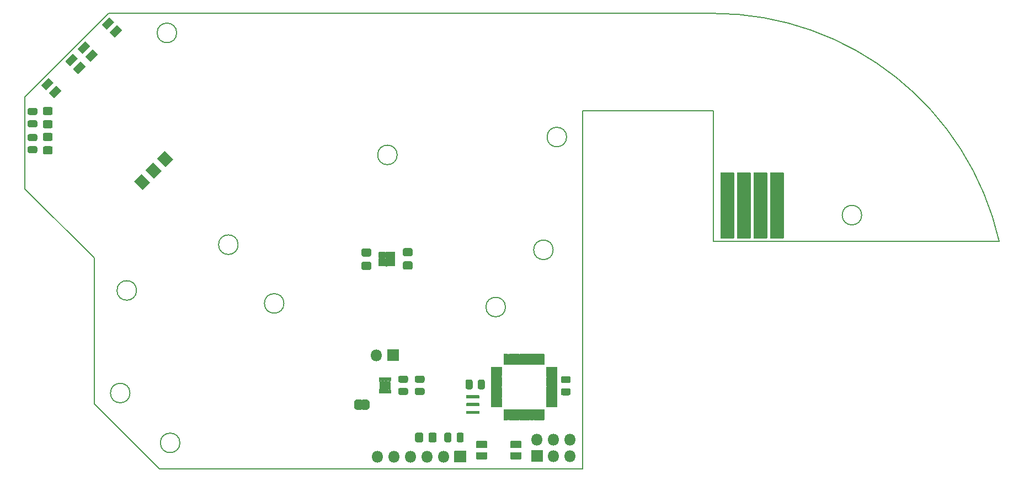
<source format=gbr>
%TF.GenerationSoftware,KiCad,Pcbnew,5.1.7+dfsg1-1~bpo10+1*%
%TF.CreationDate,2020-11-15T21:32:18+00:00*%
%TF.ProjectId,mobo,6d6f626f-2e6b-4696-9361-645f70636258,rev?*%
%TF.SameCoordinates,Original*%
%TF.FileFunction,Soldermask,Top*%
%TF.FilePolarity,Negative*%
%FSLAX45Y45*%
G04 Gerber Fmt 4.5, Leading zero omitted, Abs format (unit mm)*
G04 Created by KiCad (PCBNEW 5.1.7+dfsg1-1~bpo10+1) date 2020-11-15 21:32:18*
%MOMM*%
%LPD*%
G01*
G04 APERTURE LIST*
%TA.AperFunction,Profile*%
%ADD10C,0.200000*%
%TD*%
%ADD11O,1.802000X1.802000*%
%ADD12C,0.150000*%
G04 APERTURE END LIST*
D10*
X10078686Y-16898000D02*
G75*
G03*
X10078686Y-16898000I-150000J0D01*
G01*
X9313000Y-16132314D02*
G75*
G03*
X9313000Y-16132314I-150000J0D01*
G01*
X18263000Y-11798000D02*
X16263000Y-11798000D01*
X18263000Y-13798000D02*
X18263000Y-11798000D01*
X10029424Y-10598000D02*
G75*
G03*
X10029424Y-10598000I-150000J0D01*
G01*
X20541427Y-13398000D02*
G75*
G03*
X20541427Y-13398000I-150000J0D01*
G01*
X8984826Y-10298000D02*
X18263000Y-10298000D01*
X7702340Y-11580485D02*
X8984826Y-10298000D01*
X10972211Y-13852451D02*
G75*
G03*
X10972211Y-13852451I-150000J0D01*
G01*
X15074964Y-14810514D02*
G75*
G03*
X15074964Y-14810514I-150000J0D01*
G01*
X11675420Y-14754866D02*
G75*
G03*
X11675420Y-14754866I-150000J0D01*
G01*
X16263000Y-17298000D02*
X9763000Y-17298000D01*
X16263000Y-11798000D02*
X16263000Y-17298000D01*
X13413000Y-12473000D02*
G75*
G03*
X13413000Y-12473000I-150000J0D01*
G01*
X9413000Y-14555359D02*
G75*
G03*
X9413000Y-14555359I-150000J0D01*
G01*
X7702340Y-12994699D02*
X7702340Y-11580485D01*
X8763000Y-14055359D02*
X7702340Y-12994699D01*
X15807333Y-13931598D02*
G75*
G03*
X15807333Y-13931598I-150000J0D01*
G01*
X8763000Y-16298000D02*
X8763000Y-14055359D01*
X9763000Y-17298000D02*
X8763000Y-16298000D01*
X22650482Y-13798000D02*
X18263000Y-13798000D01*
X18263000Y-10298000D02*
G75*
G02*
X22650482Y-13798000I0J-4500000D01*
G01*
X16013000Y-12198000D02*
G75*
G03*
X16013000Y-12198000I-150000J0D01*
G01*
X10078686Y-16898000D02*
G75*
G03*
X10078686Y-16898000I-150000J0D01*
G01*
X9313000Y-16132314D02*
G75*
G03*
X9313000Y-16132314I-150000J0D01*
G01*
X18263000Y-11798000D02*
X16263000Y-11798000D01*
X18263000Y-13798000D02*
X18263000Y-11798000D01*
X10029424Y-10598000D02*
G75*
G03*
X10029424Y-10598000I-150000J0D01*
G01*
X20541427Y-13398000D02*
G75*
G03*
X20541427Y-13398000I-150000J0D01*
G01*
X8984826Y-10298000D02*
X18263000Y-10298000D01*
X7702340Y-11580485D02*
X8984826Y-10298000D01*
X10972211Y-13852451D02*
G75*
G03*
X10972211Y-13852451I-150000J0D01*
G01*
X15074964Y-14810514D02*
G75*
G03*
X15074964Y-14810514I-150000J0D01*
G01*
X11675420Y-14754866D02*
G75*
G03*
X11675420Y-14754866I-150000J0D01*
G01*
X16263000Y-17298000D02*
X9763000Y-17298000D01*
X16263000Y-11798000D02*
X16263000Y-17298000D01*
X13413000Y-12473000D02*
G75*
G03*
X13413000Y-12473000I-150000J0D01*
G01*
X9413000Y-14555359D02*
G75*
G03*
X9413000Y-14555359I-150000J0D01*
G01*
X7702340Y-12994699D02*
X7702340Y-11580485D01*
X8763000Y-14055359D02*
X7702340Y-12994699D01*
X15807333Y-13931598D02*
G75*
G03*
X15807333Y-13931598I-150000J0D01*
G01*
X8763000Y-16298000D02*
X8763000Y-14055359D01*
X9763000Y-17298000D02*
X8763000Y-16298000D01*
X22650482Y-13798000D02*
X18263000Y-13798000D01*
X18263000Y-10298000D02*
G75*
G02*
X22650482Y-13798000I0J-4500000D01*
G01*
X16013000Y-12198000D02*
G75*
G03*
X16013000Y-12198000I-150000J0D01*
G01*
G36*
G01*
X16048175Y-16167600D02*
X15951825Y-16167600D01*
G75*
G02*
X15924900Y-16140675I0J26925D01*
G01*
X15924900Y-16086825D01*
G75*
G02*
X15951825Y-16059900I26925J0D01*
G01*
X16048175Y-16059900D01*
G75*
G02*
X16075100Y-16086825I0J-26925D01*
G01*
X16075100Y-16140675D01*
G75*
G02*
X16048175Y-16167600I-26925J0D01*
G01*
G37*
G36*
G01*
X16048175Y-15980100D02*
X15951825Y-15980100D01*
G75*
G02*
X15924900Y-15953175I0J26925D01*
G01*
X15924900Y-15899325D01*
G75*
G02*
X15951825Y-15872400I26925J0D01*
G01*
X16048175Y-15872400D01*
G75*
G02*
X16075100Y-15899325I0J-26925D01*
G01*
X16075100Y-15953175D01*
G75*
G02*
X16048175Y-15980100I-26925J0D01*
G01*
G37*
G36*
G01*
X8558771Y-11040726D02*
X8629482Y-11111437D01*
G75*
G02*
X8629482Y-11118649I-3606J-3606D01*
G01*
X8519880Y-11228251D01*
G75*
G02*
X8512668Y-11228251I-3606J3606D01*
G01*
X8441957Y-11157540D01*
G75*
G02*
X8441957Y-11150328I3606J3606D01*
G01*
X8551559Y-11040726D01*
G75*
G02*
X8558771Y-11040726I3606J-3606D01*
G01*
G37*
G36*
G01*
X8187540Y-11411957D02*
X8258251Y-11482668D01*
G75*
G02*
X8258251Y-11489880I-3606J-3606D01*
G01*
X8148649Y-11599482D01*
G75*
G02*
X8141437Y-11599482I-3606J3606D01*
G01*
X8070726Y-11528771D01*
G75*
G02*
X8070726Y-11521559I3606J3606D01*
G01*
X8180328Y-11411957D01*
G75*
G02*
X8187540Y-11411957I3606J-3606D01*
G01*
G37*
G36*
G01*
X8067332Y-11291749D02*
X8138043Y-11362460D01*
G75*
G02*
X8138043Y-11369672I-3606J-3606D01*
G01*
X8028441Y-11479274D01*
G75*
G02*
X8021229Y-11479274I-3606J3606D01*
G01*
X7950518Y-11408563D01*
G75*
G02*
X7950518Y-11401351I3606J3606D01*
G01*
X8060120Y-11291749D01*
G75*
G02*
X8067332Y-11291749I3606J-3606D01*
G01*
G37*
G36*
G01*
X8438563Y-10920518D02*
X8509274Y-10991229D01*
G75*
G02*
X8509274Y-10998441I-3606J-3606D01*
G01*
X8399672Y-11108043D01*
G75*
G02*
X8392460Y-11108043I-3606J3606D01*
G01*
X8321749Y-11037332D01*
G75*
G02*
X8321749Y-11030120I3606J3606D01*
G01*
X8431351Y-10920518D01*
G75*
G02*
X8438563Y-10920518I3606J-3606D01*
G01*
G37*
G36*
G01*
X14570100Y-15951825D02*
X14570100Y-16048175D01*
G75*
G02*
X14543175Y-16075100I-26925J0D01*
G01*
X14489325Y-16075100D01*
G75*
G02*
X14462400Y-16048175I0J26925D01*
G01*
X14462400Y-15951825D01*
G75*
G02*
X14489325Y-15924900I26925J0D01*
G01*
X14543175Y-15924900D01*
G75*
G02*
X14570100Y-15951825I0J-26925D01*
G01*
G37*
G36*
G01*
X14757600Y-15951825D02*
X14757600Y-16048175D01*
G75*
G02*
X14730675Y-16075100I-26925J0D01*
G01*
X14676825Y-16075100D01*
G75*
G02*
X14649900Y-16048175I0J26925D01*
G01*
X14649900Y-15951825D01*
G75*
G02*
X14676825Y-15924900I26925J0D01*
G01*
X14730675Y-15924900D01*
G75*
G02*
X14757600Y-15951825I0J-26925D01*
G01*
G37*
G36*
G01*
X14325400Y-16863975D02*
X14325400Y-16767625D01*
G75*
G02*
X14352325Y-16740700I26925J0D01*
G01*
X14406175Y-16740700D01*
G75*
G02*
X14433100Y-16767625I0J-26925D01*
G01*
X14433100Y-16863975D01*
G75*
G02*
X14406175Y-16890900I-26925J0D01*
G01*
X14352325Y-16890900D01*
G75*
G02*
X14325400Y-16863975I0J26925D01*
G01*
G37*
G36*
G01*
X14137900Y-16863975D02*
X14137900Y-16767625D01*
G75*
G02*
X14164825Y-16740700I26925J0D01*
G01*
X14218675Y-16740700D01*
G75*
G02*
X14245600Y-16767625I0J-26925D01*
G01*
X14245600Y-16863975D01*
G75*
G02*
X14218675Y-16890900I-26925J0D01*
G01*
X14164825Y-16890900D01*
G75*
G02*
X14137900Y-16863975I0J26925D01*
G01*
G37*
G36*
G01*
X7865674Y-12047600D02*
X7769324Y-12047600D01*
G75*
G02*
X7742399Y-12020675I0J26925D01*
G01*
X7742399Y-11966825D01*
G75*
G02*
X7769324Y-11939900I26925J0D01*
G01*
X7865674Y-11939900D01*
G75*
G02*
X7892599Y-11966825I0J-26925D01*
G01*
X7892599Y-12020675D01*
G75*
G02*
X7865674Y-12047600I-26925J0D01*
G01*
G37*
G36*
G01*
X7865674Y-11860100D02*
X7769324Y-11860100D01*
G75*
G02*
X7742399Y-11833175I0J26925D01*
G01*
X7742399Y-11779325D01*
G75*
G02*
X7769324Y-11752400I26925J0D01*
G01*
X7865674Y-11752400D01*
G75*
G02*
X7892599Y-11779325I0J-26925D01*
G01*
X7892599Y-11833175D01*
G75*
G02*
X7865674Y-11860100I-26925J0D01*
G01*
G37*
G36*
G01*
X7863878Y-12260100D02*
X7767528Y-12260100D01*
G75*
G02*
X7740603Y-12233175I0J26925D01*
G01*
X7740603Y-12179325D01*
G75*
G02*
X7767528Y-12152400I26925J0D01*
G01*
X7863878Y-12152400D01*
G75*
G02*
X7890803Y-12179325I0J-26925D01*
G01*
X7890803Y-12233175D01*
G75*
G02*
X7863878Y-12260100I-26925J0D01*
G01*
G37*
G36*
G01*
X7863878Y-12447600D02*
X7767528Y-12447600D01*
G75*
G02*
X7740603Y-12420675I0J26925D01*
G01*
X7740603Y-12366825D01*
G75*
G02*
X7767528Y-12339900I26925J0D01*
G01*
X7863878Y-12339900D01*
G75*
G02*
X7890803Y-12366825I0J-26925D01*
G01*
X7890803Y-12420675D01*
G75*
G02*
X7863878Y-12447600I-26925J0D01*
G01*
G37*
G36*
G01*
X15645000Y-17190100D02*
X15475000Y-17190100D01*
G75*
G02*
X15469900Y-17185000I0J5100D01*
G01*
X15469900Y-17015000D01*
G75*
G02*
X15475000Y-17009900I5100J0D01*
G01*
X15645000Y-17009900D01*
G75*
G02*
X15650100Y-17015000I0J-5100D01*
G01*
X15650100Y-17185000D01*
G75*
G02*
X15645000Y-17190100I-5100J0D01*
G01*
G37*
D11*
X15560000Y-16846000D03*
X15814000Y-17100000D03*
X15814000Y-16846000D03*
X16068000Y-17100000D03*
X16068000Y-16846000D03*
G36*
G01*
X8097883Y-12065100D02*
X8002117Y-12065100D01*
G75*
G02*
X7974900Y-12037883I0J27217D01*
G01*
X7974900Y-11967117D01*
G75*
G02*
X8002117Y-11939900I27217J0D01*
G01*
X8097883Y-11939900D01*
G75*
G02*
X8125100Y-11967117I0J-27217D01*
G01*
X8125100Y-12037883D01*
G75*
G02*
X8097883Y-12065100I-27217J0D01*
G01*
G37*
G36*
G01*
X8097883Y-11860100D02*
X8002117Y-11860100D01*
G75*
G02*
X7974900Y-11832883I0J27217D01*
G01*
X7974900Y-11762117D01*
G75*
G02*
X8002117Y-11734900I27217J0D01*
G01*
X8097883Y-11734900D01*
G75*
G02*
X8125100Y-11762117I0J-27217D01*
G01*
X8125100Y-11832883D01*
G75*
G02*
X8097883Y-11860100I-27217J0D01*
G01*
G37*
G36*
G01*
X8098868Y-12260100D02*
X8003102Y-12260100D01*
G75*
G02*
X7975885Y-12232883I0J27217D01*
G01*
X7975885Y-12162117D01*
G75*
G02*
X8003102Y-12134900I27217J0D01*
G01*
X8098868Y-12134900D01*
G75*
G02*
X8126085Y-12162117I0J-27217D01*
G01*
X8126085Y-12232883D01*
G75*
G02*
X8098868Y-12260100I-27217J0D01*
G01*
G37*
G36*
G01*
X8098868Y-12465100D02*
X8003102Y-12465100D01*
G75*
G02*
X7975885Y-12437883I0J27217D01*
G01*
X7975885Y-12367117D01*
G75*
G02*
X8003102Y-12339900I27217J0D01*
G01*
X8098868Y-12339900D01*
G75*
G02*
X8126085Y-12367117I0J-27217D01*
G01*
X8126085Y-12437883D01*
G75*
G02*
X8098868Y-12465100I-27217J0D01*
G01*
G37*
G36*
G01*
X12892117Y-13909900D02*
X12987883Y-13909900D01*
G75*
G02*
X13015100Y-13937117I0J-27217D01*
G01*
X13015100Y-14007883D01*
G75*
G02*
X12987883Y-14035100I-27217J0D01*
G01*
X12892117Y-14035100D01*
G75*
G02*
X12864900Y-14007883I0J27217D01*
G01*
X12864900Y-13937117D01*
G75*
G02*
X12892117Y-13909900I27217J0D01*
G01*
G37*
G36*
G01*
X12892117Y-14114900D02*
X12987883Y-14114900D01*
G75*
G02*
X13015100Y-14142117I0J-27217D01*
G01*
X13015100Y-14212883D01*
G75*
G02*
X12987883Y-14240100I-27217J0D01*
G01*
X12892117Y-14240100D01*
G75*
G02*
X12864900Y-14212883I0J27217D01*
G01*
X12864900Y-14142117D01*
G75*
G02*
X12892117Y-14114900I27217J0D01*
G01*
G37*
G36*
G01*
X13622883Y-14235100D02*
X13527117Y-14235100D01*
G75*
G02*
X13499900Y-14207883I0J27217D01*
G01*
X13499900Y-14137117D01*
G75*
G02*
X13527117Y-14109900I27217J0D01*
G01*
X13622883Y-14109900D01*
G75*
G02*
X13650100Y-14137117I0J-27217D01*
G01*
X13650100Y-14207883D01*
G75*
G02*
X13622883Y-14235100I-27217J0D01*
G01*
G37*
G36*
G01*
X13622883Y-14030100D02*
X13527117Y-14030100D01*
G75*
G02*
X13499900Y-14002883I0J27217D01*
G01*
X13499900Y-13932117D01*
G75*
G02*
X13527117Y-13904900I27217J0D01*
G01*
X13622883Y-13904900D01*
G75*
G02*
X13650100Y-13932117I0J-27217D01*
G01*
X13650100Y-14002883D01*
G75*
G02*
X13622883Y-14030100I-27217J0D01*
G01*
G37*
G36*
G01*
X14018800Y-16767917D02*
X14018800Y-16863683D01*
G75*
G02*
X13991583Y-16890900I-27217J0D01*
G01*
X13920817Y-16890900D01*
G75*
G02*
X13893600Y-16863683I0J27217D01*
G01*
X13893600Y-16767917D01*
G75*
G02*
X13920817Y-16740700I27217J0D01*
G01*
X13991583Y-16740700D01*
G75*
G02*
X14018800Y-16767917I0J-27217D01*
G01*
G37*
G36*
G01*
X13813800Y-16767917D02*
X13813800Y-16863683D01*
G75*
G02*
X13786583Y-16890900I-27217J0D01*
G01*
X13715817Y-16890900D01*
G75*
G02*
X13688600Y-16863683I0J27217D01*
G01*
X13688600Y-16767917D01*
G75*
G02*
X13715817Y-16740700I27217J0D01*
G01*
X13786583Y-16740700D01*
G75*
G02*
X13813800Y-16767917I0J-27217D01*
G01*
G37*
G36*
G01*
X14849900Y-15787500D02*
X14849900Y-15732500D01*
G75*
G02*
X14855000Y-15727400I5100J0D01*
G01*
X15015000Y-15727400D01*
G75*
G02*
X15020100Y-15732500I0J-5100D01*
G01*
X15020100Y-15787500D01*
G75*
G02*
X15015000Y-15792600I-5100J0D01*
G01*
X14855000Y-15792600D01*
G75*
G02*
X14849900Y-15787500I0J5100D01*
G01*
G37*
G36*
G01*
X14849900Y-15867500D02*
X14849900Y-15812500D01*
G75*
G02*
X14855000Y-15807400I5100J0D01*
G01*
X15015000Y-15807400D01*
G75*
G02*
X15020100Y-15812500I0J-5100D01*
G01*
X15020100Y-15867500D01*
G75*
G02*
X15015000Y-15872600I-5100J0D01*
G01*
X14855000Y-15872600D01*
G75*
G02*
X14849900Y-15867500I0J5100D01*
G01*
G37*
G36*
G01*
X14849900Y-15947500D02*
X14849900Y-15892500D01*
G75*
G02*
X14855000Y-15887400I5100J0D01*
G01*
X15015000Y-15887400D01*
G75*
G02*
X15020100Y-15892500I0J-5100D01*
G01*
X15020100Y-15947500D01*
G75*
G02*
X15015000Y-15952600I-5100J0D01*
G01*
X14855000Y-15952600D01*
G75*
G02*
X14849900Y-15947500I0J5100D01*
G01*
G37*
G36*
G01*
X14849900Y-16027500D02*
X14849900Y-15972500D01*
G75*
G02*
X14855000Y-15967400I5100J0D01*
G01*
X15015000Y-15967400D01*
G75*
G02*
X15020100Y-15972500I0J-5100D01*
G01*
X15020100Y-16027500D01*
G75*
G02*
X15015000Y-16032600I-5100J0D01*
G01*
X14855000Y-16032600D01*
G75*
G02*
X14849900Y-16027500I0J5100D01*
G01*
G37*
G36*
G01*
X14849900Y-16107500D02*
X14849900Y-16052500D01*
G75*
G02*
X14855000Y-16047400I5100J0D01*
G01*
X15015000Y-16047400D01*
G75*
G02*
X15020100Y-16052500I0J-5100D01*
G01*
X15020100Y-16107500D01*
G75*
G02*
X15015000Y-16112600I-5100J0D01*
G01*
X14855000Y-16112600D01*
G75*
G02*
X14849900Y-16107500I0J5100D01*
G01*
G37*
G36*
G01*
X14849900Y-16187500D02*
X14849900Y-16132500D01*
G75*
G02*
X14855000Y-16127400I5100J0D01*
G01*
X15015000Y-16127400D01*
G75*
G02*
X15020100Y-16132500I0J-5100D01*
G01*
X15020100Y-16187500D01*
G75*
G02*
X15015000Y-16192600I-5100J0D01*
G01*
X14855000Y-16192600D01*
G75*
G02*
X14849900Y-16187500I0J5100D01*
G01*
G37*
G36*
G01*
X14849900Y-16267500D02*
X14849900Y-16212500D01*
G75*
G02*
X14855000Y-16207400I5100J0D01*
G01*
X15015000Y-16207400D01*
G75*
G02*
X15020100Y-16212500I0J-5100D01*
G01*
X15020100Y-16267500D01*
G75*
G02*
X15015000Y-16272600I-5100J0D01*
G01*
X14855000Y-16272600D01*
G75*
G02*
X14849900Y-16267500I0J5100D01*
G01*
G37*
G36*
G01*
X14849900Y-16347500D02*
X14849900Y-16292500D01*
G75*
G02*
X14855000Y-16287400I5100J0D01*
G01*
X15015000Y-16287400D01*
G75*
G02*
X15020100Y-16292500I0J-5100D01*
G01*
X15020100Y-16347500D01*
G75*
G02*
X15015000Y-16352600I-5100J0D01*
G01*
X14855000Y-16352600D01*
G75*
G02*
X14849900Y-16347500I0J5100D01*
G01*
G37*
G36*
G01*
X15107500Y-16550100D02*
X15052500Y-16550100D01*
G75*
G02*
X15047400Y-16545000I0J5100D01*
G01*
X15047400Y-16385000D01*
G75*
G02*
X15052500Y-16379900I5100J0D01*
G01*
X15107500Y-16379900D01*
G75*
G02*
X15112600Y-16385000I0J-5100D01*
G01*
X15112600Y-16545000D01*
G75*
G02*
X15107500Y-16550100I-5100J0D01*
G01*
G37*
G36*
G01*
X15187500Y-16550100D02*
X15132500Y-16550100D01*
G75*
G02*
X15127400Y-16545000I0J5100D01*
G01*
X15127400Y-16385000D01*
G75*
G02*
X15132500Y-16379900I5100J0D01*
G01*
X15187500Y-16379900D01*
G75*
G02*
X15192600Y-16385000I0J-5100D01*
G01*
X15192600Y-16545000D01*
G75*
G02*
X15187500Y-16550100I-5100J0D01*
G01*
G37*
G36*
G01*
X15267500Y-16550100D02*
X15212500Y-16550100D01*
G75*
G02*
X15207400Y-16545000I0J5100D01*
G01*
X15207400Y-16385000D01*
G75*
G02*
X15212500Y-16379900I5100J0D01*
G01*
X15267500Y-16379900D01*
G75*
G02*
X15272600Y-16385000I0J-5100D01*
G01*
X15272600Y-16545000D01*
G75*
G02*
X15267500Y-16550100I-5100J0D01*
G01*
G37*
G36*
G01*
X15347500Y-16550100D02*
X15292500Y-16550100D01*
G75*
G02*
X15287400Y-16545000I0J5100D01*
G01*
X15287400Y-16385000D01*
G75*
G02*
X15292500Y-16379900I5100J0D01*
G01*
X15347500Y-16379900D01*
G75*
G02*
X15352600Y-16385000I0J-5100D01*
G01*
X15352600Y-16545000D01*
G75*
G02*
X15347500Y-16550100I-5100J0D01*
G01*
G37*
G36*
G01*
X15427500Y-16550100D02*
X15372500Y-16550100D01*
G75*
G02*
X15367400Y-16545000I0J5100D01*
G01*
X15367400Y-16385000D01*
G75*
G02*
X15372500Y-16379900I5100J0D01*
G01*
X15427500Y-16379900D01*
G75*
G02*
X15432600Y-16385000I0J-5100D01*
G01*
X15432600Y-16545000D01*
G75*
G02*
X15427500Y-16550100I-5100J0D01*
G01*
G37*
G36*
G01*
X15507500Y-16550100D02*
X15452500Y-16550100D01*
G75*
G02*
X15447400Y-16545000I0J5100D01*
G01*
X15447400Y-16385000D01*
G75*
G02*
X15452500Y-16379900I5100J0D01*
G01*
X15507500Y-16379900D01*
G75*
G02*
X15512600Y-16385000I0J-5100D01*
G01*
X15512600Y-16545000D01*
G75*
G02*
X15507500Y-16550100I-5100J0D01*
G01*
G37*
G36*
G01*
X15587500Y-16550100D02*
X15532500Y-16550100D01*
G75*
G02*
X15527400Y-16545000I0J5100D01*
G01*
X15527400Y-16385000D01*
G75*
G02*
X15532500Y-16379900I5100J0D01*
G01*
X15587500Y-16379900D01*
G75*
G02*
X15592600Y-16385000I0J-5100D01*
G01*
X15592600Y-16545000D01*
G75*
G02*
X15587500Y-16550100I-5100J0D01*
G01*
G37*
G36*
G01*
X15667500Y-16550100D02*
X15612500Y-16550100D01*
G75*
G02*
X15607400Y-16545000I0J5100D01*
G01*
X15607400Y-16385000D01*
G75*
G02*
X15612500Y-16379900I5100J0D01*
G01*
X15667500Y-16379900D01*
G75*
G02*
X15672600Y-16385000I0J-5100D01*
G01*
X15672600Y-16545000D01*
G75*
G02*
X15667500Y-16550100I-5100J0D01*
G01*
G37*
G36*
G01*
X15699900Y-16347500D02*
X15699900Y-16292500D01*
G75*
G02*
X15705000Y-16287400I5100J0D01*
G01*
X15865000Y-16287400D01*
G75*
G02*
X15870100Y-16292500I0J-5100D01*
G01*
X15870100Y-16347500D01*
G75*
G02*
X15865000Y-16352600I-5100J0D01*
G01*
X15705000Y-16352600D01*
G75*
G02*
X15699900Y-16347500I0J5100D01*
G01*
G37*
G36*
G01*
X15699900Y-16267500D02*
X15699900Y-16212500D01*
G75*
G02*
X15705000Y-16207400I5100J0D01*
G01*
X15865000Y-16207400D01*
G75*
G02*
X15870100Y-16212500I0J-5100D01*
G01*
X15870100Y-16267500D01*
G75*
G02*
X15865000Y-16272600I-5100J0D01*
G01*
X15705000Y-16272600D01*
G75*
G02*
X15699900Y-16267500I0J5100D01*
G01*
G37*
G36*
G01*
X15699900Y-16187500D02*
X15699900Y-16132500D01*
G75*
G02*
X15705000Y-16127400I5100J0D01*
G01*
X15865000Y-16127400D01*
G75*
G02*
X15870100Y-16132500I0J-5100D01*
G01*
X15870100Y-16187500D01*
G75*
G02*
X15865000Y-16192600I-5100J0D01*
G01*
X15705000Y-16192600D01*
G75*
G02*
X15699900Y-16187500I0J5100D01*
G01*
G37*
G36*
G01*
X15699900Y-16107500D02*
X15699900Y-16052500D01*
G75*
G02*
X15705000Y-16047400I5100J0D01*
G01*
X15865000Y-16047400D01*
G75*
G02*
X15870100Y-16052500I0J-5100D01*
G01*
X15870100Y-16107500D01*
G75*
G02*
X15865000Y-16112600I-5100J0D01*
G01*
X15705000Y-16112600D01*
G75*
G02*
X15699900Y-16107500I0J5100D01*
G01*
G37*
G36*
G01*
X15699900Y-16027500D02*
X15699900Y-15972500D01*
G75*
G02*
X15705000Y-15967400I5100J0D01*
G01*
X15865000Y-15967400D01*
G75*
G02*
X15870100Y-15972500I0J-5100D01*
G01*
X15870100Y-16027500D01*
G75*
G02*
X15865000Y-16032600I-5100J0D01*
G01*
X15705000Y-16032600D01*
G75*
G02*
X15699900Y-16027500I0J5100D01*
G01*
G37*
G36*
G01*
X15699900Y-15947500D02*
X15699900Y-15892500D01*
G75*
G02*
X15705000Y-15887400I5100J0D01*
G01*
X15865000Y-15887400D01*
G75*
G02*
X15870100Y-15892500I0J-5100D01*
G01*
X15870100Y-15947500D01*
G75*
G02*
X15865000Y-15952600I-5100J0D01*
G01*
X15705000Y-15952600D01*
G75*
G02*
X15699900Y-15947500I0J5100D01*
G01*
G37*
G36*
G01*
X15699900Y-15867500D02*
X15699900Y-15812500D01*
G75*
G02*
X15705000Y-15807400I5100J0D01*
G01*
X15865000Y-15807400D01*
G75*
G02*
X15870100Y-15812500I0J-5100D01*
G01*
X15870100Y-15867500D01*
G75*
G02*
X15865000Y-15872600I-5100J0D01*
G01*
X15705000Y-15872600D01*
G75*
G02*
X15699900Y-15867500I0J5100D01*
G01*
G37*
G36*
G01*
X15699900Y-15787500D02*
X15699900Y-15732500D01*
G75*
G02*
X15705000Y-15727400I5100J0D01*
G01*
X15865000Y-15727400D01*
G75*
G02*
X15870100Y-15732500I0J-5100D01*
G01*
X15870100Y-15787500D01*
G75*
G02*
X15865000Y-15792600I-5100J0D01*
G01*
X15705000Y-15792600D01*
G75*
G02*
X15699900Y-15787500I0J5100D01*
G01*
G37*
G36*
G01*
X15667500Y-15700100D02*
X15612500Y-15700100D01*
G75*
G02*
X15607400Y-15695000I0J5100D01*
G01*
X15607400Y-15535000D01*
G75*
G02*
X15612500Y-15529900I5100J0D01*
G01*
X15667500Y-15529900D01*
G75*
G02*
X15672600Y-15535000I0J-5100D01*
G01*
X15672600Y-15695000D01*
G75*
G02*
X15667500Y-15700100I-5100J0D01*
G01*
G37*
G36*
G01*
X15587500Y-15700100D02*
X15532500Y-15700100D01*
G75*
G02*
X15527400Y-15695000I0J5100D01*
G01*
X15527400Y-15535000D01*
G75*
G02*
X15532500Y-15529900I5100J0D01*
G01*
X15587500Y-15529900D01*
G75*
G02*
X15592600Y-15535000I0J-5100D01*
G01*
X15592600Y-15695000D01*
G75*
G02*
X15587500Y-15700100I-5100J0D01*
G01*
G37*
G36*
G01*
X15507500Y-15700100D02*
X15452500Y-15700100D01*
G75*
G02*
X15447400Y-15695000I0J5100D01*
G01*
X15447400Y-15535000D01*
G75*
G02*
X15452500Y-15529900I5100J0D01*
G01*
X15507500Y-15529900D01*
G75*
G02*
X15512600Y-15535000I0J-5100D01*
G01*
X15512600Y-15695000D01*
G75*
G02*
X15507500Y-15700100I-5100J0D01*
G01*
G37*
G36*
G01*
X15427500Y-15700100D02*
X15372500Y-15700100D01*
G75*
G02*
X15367400Y-15695000I0J5100D01*
G01*
X15367400Y-15535000D01*
G75*
G02*
X15372500Y-15529900I5100J0D01*
G01*
X15427500Y-15529900D01*
G75*
G02*
X15432600Y-15535000I0J-5100D01*
G01*
X15432600Y-15695000D01*
G75*
G02*
X15427500Y-15700100I-5100J0D01*
G01*
G37*
G36*
G01*
X15347500Y-15700100D02*
X15292500Y-15700100D01*
G75*
G02*
X15287400Y-15695000I0J5100D01*
G01*
X15287400Y-15535000D01*
G75*
G02*
X15292500Y-15529900I5100J0D01*
G01*
X15347500Y-15529900D01*
G75*
G02*
X15352600Y-15535000I0J-5100D01*
G01*
X15352600Y-15695000D01*
G75*
G02*
X15347500Y-15700100I-5100J0D01*
G01*
G37*
G36*
G01*
X15267500Y-15700100D02*
X15212500Y-15700100D01*
G75*
G02*
X15207400Y-15695000I0J5100D01*
G01*
X15207400Y-15535000D01*
G75*
G02*
X15212500Y-15529900I5100J0D01*
G01*
X15267500Y-15529900D01*
G75*
G02*
X15272600Y-15535000I0J-5100D01*
G01*
X15272600Y-15695000D01*
G75*
G02*
X15267500Y-15700100I-5100J0D01*
G01*
G37*
G36*
G01*
X15187500Y-15700100D02*
X15132500Y-15700100D01*
G75*
G02*
X15127400Y-15695000I0J5100D01*
G01*
X15127400Y-15535000D01*
G75*
G02*
X15132500Y-15529900I5100J0D01*
G01*
X15187500Y-15529900D01*
G75*
G02*
X15192600Y-15535000I0J-5100D01*
G01*
X15192600Y-15695000D01*
G75*
G02*
X15187500Y-15700100I-5100J0D01*
G01*
G37*
G36*
G01*
X15107500Y-15700100D02*
X15052500Y-15700100D01*
G75*
G02*
X15047400Y-15695000I0J5100D01*
G01*
X15047400Y-15535000D01*
G75*
G02*
X15052500Y-15529900I5100J0D01*
G01*
X15107500Y-15529900D01*
G75*
G02*
X15112600Y-15535000I0J-5100D01*
G01*
X15112600Y-15695000D01*
G75*
G02*
X15107500Y-15700100I-5100J0D01*
G01*
G37*
G36*
G01*
X13227500Y-14186100D02*
X13132500Y-14186100D01*
G75*
G02*
X13127400Y-14181000I0J5100D01*
G01*
X13127400Y-14084000D01*
G75*
G02*
X13132500Y-14078900I5100J0D01*
G01*
X13227500Y-14078900D01*
G75*
G02*
X13232600Y-14084000I0J-5100D01*
G01*
X13232600Y-14181000D01*
G75*
G02*
X13227500Y-14186100I-5100J0D01*
G01*
G37*
G36*
G01*
X13377500Y-14186100D02*
X13262500Y-14186100D01*
G75*
G02*
X13257400Y-14181000I0J5100D01*
G01*
X13257400Y-14084000D01*
G75*
G02*
X13262500Y-14078900I5100J0D01*
G01*
X13377500Y-14078900D01*
G75*
G02*
X13382600Y-14084000I0J-5100D01*
G01*
X13382600Y-14181000D01*
G75*
G02*
X13377500Y-14186100I-5100J0D01*
G01*
G37*
G36*
G01*
X13132500Y-13964900D02*
X13227500Y-13964900D01*
G75*
G02*
X13232600Y-13970000I0J-5100D01*
G01*
X13232600Y-14055000D01*
G75*
G02*
X13227500Y-14060100I-5100J0D01*
G01*
X13132500Y-14060100D01*
G75*
G02*
X13127400Y-14055000I0J5100D01*
G01*
X13127400Y-13970000D01*
G75*
G02*
X13132500Y-13964900I5100J0D01*
G01*
G37*
G36*
G01*
X13377500Y-14060100D02*
X13262500Y-14060100D01*
G75*
G02*
X13257400Y-14055000I0J5100D01*
G01*
X13257400Y-13970000D01*
G75*
G02*
X13262500Y-13964900I5100J0D01*
G01*
X13377500Y-13964900D01*
G75*
G02*
X13382600Y-13970000I0J-5100D01*
G01*
X13382600Y-14055000D01*
G75*
G02*
X13377500Y-14060100I-5100J0D01*
G01*
G37*
G36*
G01*
X14668300Y-16454900D02*
X14478300Y-16454900D01*
G75*
G02*
X14473200Y-16449800I0J5100D01*
G01*
X14473200Y-16409800D01*
G75*
G02*
X14478300Y-16404700I5100J0D01*
G01*
X14668300Y-16404700D01*
G75*
G02*
X14673400Y-16409800I0J-5100D01*
G01*
X14673400Y-16449800D01*
G75*
G02*
X14668300Y-16454900I-5100J0D01*
G01*
G37*
G36*
G01*
X14668300Y-16334900D02*
X14478300Y-16334900D01*
G75*
G02*
X14473200Y-16329800I0J5100D01*
G01*
X14473200Y-16289800D01*
G75*
G02*
X14478300Y-16284700I5100J0D01*
G01*
X14668300Y-16284700D01*
G75*
G02*
X14673400Y-16289800I0J-5100D01*
G01*
X14673400Y-16329800D01*
G75*
G02*
X14668300Y-16334900I-5100J0D01*
G01*
G37*
G36*
G01*
X14668300Y-16214900D02*
X14478300Y-16214900D01*
G75*
G02*
X14473200Y-16209800I0J5100D01*
G01*
X14473200Y-16169800D01*
G75*
G02*
X14478300Y-16164700I5100J0D01*
G01*
X14668300Y-16164700D01*
G75*
G02*
X14673400Y-16169800I0J-5100D01*
G01*
X14673400Y-16209800D01*
G75*
G02*
X14668300Y-16214900I-5100J0D01*
G01*
G37*
G36*
G01*
X18373400Y-13750000D02*
X18373400Y-12750000D01*
G75*
G02*
X18378500Y-12744900I5100J0D01*
G01*
X18578500Y-12744900D01*
G75*
G02*
X18583600Y-12750000I0J-5100D01*
G01*
X18583600Y-13750000D01*
G75*
G02*
X18578500Y-13755100I-5100J0D01*
G01*
X18378500Y-13755100D01*
G75*
G02*
X18373400Y-13750000I0J5100D01*
G01*
G37*
G36*
G01*
X18627400Y-13750000D02*
X18627400Y-12750000D01*
G75*
G02*
X18632500Y-12744900I5100J0D01*
G01*
X18832500Y-12744900D01*
G75*
G02*
X18837600Y-12750000I0J-5100D01*
G01*
X18837600Y-13750000D01*
G75*
G02*
X18832500Y-13755100I-5100J0D01*
G01*
X18632500Y-13755100D01*
G75*
G02*
X18627400Y-13750000I0J5100D01*
G01*
G37*
G36*
G01*
X18881400Y-13750000D02*
X18881400Y-12750000D01*
G75*
G02*
X18886500Y-12744900I5100J0D01*
G01*
X19086500Y-12744900D01*
G75*
G02*
X19091600Y-12750000I0J-5100D01*
G01*
X19091600Y-13750000D01*
G75*
G02*
X19086500Y-13755100I-5100J0D01*
G01*
X18886500Y-13755100D01*
G75*
G02*
X18881400Y-13750000I0J5100D01*
G01*
G37*
G36*
G01*
X19135400Y-13750000D02*
X19135400Y-12750000D01*
G75*
G02*
X19140500Y-12744900I5100J0D01*
G01*
X19340500Y-12744900D01*
G75*
G02*
X19345600Y-12750000I0J-5100D01*
G01*
X19345600Y-13750000D01*
G75*
G02*
X19340500Y-13755100I-5100J0D01*
G01*
X19140500Y-13755100D01*
G75*
G02*
X19135400Y-13750000I0J5100D01*
G01*
G37*
G36*
G01*
X14294800Y-17018600D02*
X14464800Y-17018600D01*
G75*
G02*
X14469900Y-17023700I0J-5100D01*
G01*
X14469900Y-17193700D01*
G75*
G02*
X14464800Y-17198800I-5100J0D01*
G01*
X14294800Y-17198800D01*
G75*
G02*
X14289700Y-17193700I0J5100D01*
G01*
X14289700Y-17023700D01*
G75*
G02*
X14294800Y-17018600I5100J0D01*
G01*
G37*
X14125800Y-17108700D03*
X13871800Y-17108700D03*
X13617800Y-17108700D03*
X13363800Y-17108700D03*
X13109800Y-17108700D03*
G36*
G01*
X8998563Y-10360518D02*
X9069274Y-10431229D01*
G75*
G02*
X9069274Y-10438441I-3606J-3606D01*
G01*
X8959672Y-10548043D01*
G75*
G02*
X8952460Y-10548043I-3606J3606D01*
G01*
X8881749Y-10477332D01*
G75*
G02*
X8881749Y-10470120I3606J3606D01*
G01*
X8991351Y-10360518D01*
G75*
G02*
X8998563Y-10360518I3606J-3606D01*
G01*
G37*
G36*
G01*
X8627332Y-10731749D02*
X8698043Y-10802460D01*
G75*
G02*
X8698043Y-10809672I-3606J-3606D01*
G01*
X8588441Y-10919274D01*
G75*
G02*
X8581229Y-10919274I-3606J3606D01*
G01*
X8510518Y-10848563D01*
G75*
G02*
X8510518Y-10841351I3606J3606D01*
G01*
X8620120Y-10731749D01*
G75*
G02*
X8627332Y-10731749I3606J-3606D01*
G01*
G37*
G36*
G01*
X8747540Y-10851957D02*
X8818251Y-10922668D01*
G75*
G02*
X8818251Y-10929880I-3606J-3606D01*
G01*
X8708649Y-11039482D01*
G75*
G02*
X8701437Y-11039482I-3606J3606D01*
G01*
X8630726Y-10968771D01*
G75*
G02*
X8630726Y-10961559I3606J3606D01*
G01*
X8740328Y-10851957D01*
G75*
G02*
X8747540Y-10851957I3606J-3606D01*
G01*
G37*
G36*
G01*
X9118771Y-10480726D02*
X9189482Y-10551437D01*
G75*
G02*
X9189482Y-10558649I-3606J-3606D01*
G01*
X9079880Y-10668251D01*
G75*
G02*
X9072668Y-10668251I-3606J3606D01*
G01*
X9001957Y-10597540D01*
G75*
G02*
X9001957Y-10590328I3606J3606D01*
G01*
X9111559Y-10480726D01*
G75*
G02*
X9118771Y-10480726I3606J-3606D01*
G01*
G37*
G36*
G01*
X13806275Y-16161600D02*
X13709925Y-16161600D01*
G75*
G02*
X13683000Y-16134675I0J26925D01*
G01*
X13683000Y-16080825D01*
G75*
G02*
X13709925Y-16053900I26925J0D01*
G01*
X13806275Y-16053900D01*
G75*
G02*
X13833200Y-16080825I0J-26925D01*
G01*
X13833200Y-16134675D01*
G75*
G02*
X13806275Y-16161600I-26925J0D01*
G01*
G37*
G36*
G01*
X13806275Y-15974100D02*
X13709925Y-15974100D01*
G75*
G02*
X13683000Y-15947175I0J26925D01*
G01*
X13683000Y-15893325D01*
G75*
G02*
X13709925Y-15866400I26925J0D01*
G01*
X13806275Y-15866400D01*
G75*
G02*
X13833200Y-15893325I0J-26925D01*
G01*
X13833200Y-15947175D01*
G75*
G02*
X13806275Y-15974100I-26925J0D01*
G01*
G37*
G36*
G01*
X13455925Y-16053900D02*
X13552275Y-16053900D01*
G75*
G02*
X13579200Y-16080825I0J-26925D01*
G01*
X13579200Y-16134675D01*
G75*
G02*
X13552275Y-16161600I-26925J0D01*
G01*
X13455925Y-16161600D01*
G75*
G02*
X13429000Y-16134675I0J26925D01*
G01*
X13429000Y-16080825D01*
G75*
G02*
X13455925Y-16053900I26925J0D01*
G01*
G37*
G36*
G01*
X13455925Y-15866400D02*
X13552275Y-15866400D01*
G75*
G02*
X13579200Y-15893325I0J-26925D01*
G01*
X13579200Y-15947175D01*
G75*
G02*
X13552275Y-15974100I-26925J0D01*
G01*
X13455925Y-15974100D01*
G75*
G02*
X13429000Y-15947175I0J26925D01*
G01*
X13429000Y-15893325D01*
G75*
G02*
X13455925Y-15866400I26925J0D01*
G01*
G37*
D12*
G36*
X12884005Y-16390002D02*
G01*
X12883048Y-16389712D01*
X12882167Y-16389240D01*
X12881394Y-16388606D01*
X12880759Y-16387833D01*
X12880288Y-16386952D01*
X12879998Y-16385995D01*
X12879900Y-16385000D01*
X12879900Y-16235000D01*
X12879998Y-16234005D01*
X12880288Y-16233048D01*
X12880759Y-16232167D01*
X12881394Y-16231394D01*
X12882167Y-16230759D01*
X12883048Y-16230288D01*
X12884005Y-16229998D01*
X12885000Y-16229900D01*
X12935000Y-16229900D01*
X12935611Y-16229960D01*
X12937453Y-16229960D01*
X12937953Y-16229985D01*
X12942836Y-16230466D01*
X12943331Y-16230539D01*
X12948144Y-16231496D01*
X12948629Y-16231618D01*
X12953325Y-16233042D01*
X12953796Y-16233211D01*
X12958329Y-16235089D01*
X12958782Y-16235303D01*
X12963109Y-16237616D01*
X12963538Y-16237873D01*
X12967618Y-16240599D01*
X12968020Y-16240897D01*
X12971813Y-16244010D01*
X12972184Y-16244346D01*
X12975654Y-16247816D01*
X12975990Y-16248187D01*
X12979103Y-16251980D01*
X12979401Y-16252382D01*
X12982127Y-16256462D01*
X12982384Y-16256891D01*
X12984697Y-16261218D01*
X12984911Y-16261671D01*
X12986789Y-16266204D01*
X12986958Y-16266675D01*
X12988382Y-16271370D01*
X12988504Y-16271856D01*
X12989461Y-16276669D01*
X12989534Y-16277164D01*
X12990015Y-16282047D01*
X12990040Y-16282547D01*
X12990040Y-16284389D01*
X12990100Y-16285000D01*
X12990100Y-16335000D01*
X12990040Y-16335611D01*
X12990040Y-16337453D01*
X12990015Y-16337953D01*
X12989534Y-16342836D01*
X12989461Y-16343331D01*
X12988504Y-16348144D01*
X12988382Y-16348629D01*
X12986958Y-16353325D01*
X12986789Y-16353796D01*
X12984911Y-16358329D01*
X12984697Y-16358782D01*
X12982384Y-16363109D01*
X12982127Y-16363538D01*
X12979401Y-16367618D01*
X12979103Y-16368020D01*
X12975990Y-16371813D01*
X12975654Y-16372184D01*
X12972184Y-16375654D01*
X12971813Y-16375990D01*
X12968020Y-16379103D01*
X12967618Y-16379401D01*
X12963538Y-16382127D01*
X12963109Y-16382384D01*
X12958782Y-16384697D01*
X12958329Y-16384911D01*
X12953796Y-16386789D01*
X12953325Y-16386958D01*
X12948629Y-16388382D01*
X12948144Y-16388504D01*
X12943331Y-16389461D01*
X12942836Y-16389534D01*
X12937953Y-16390015D01*
X12937453Y-16390040D01*
X12935611Y-16390040D01*
X12935000Y-16390100D01*
X12885000Y-16390100D01*
X12884005Y-16390002D01*
G37*
G36*
X12804389Y-16390040D02*
G01*
X12802547Y-16390040D01*
X12802047Y-16390015D01*
X12797164Y-16389534D01*
X12796669Y-16389461D01*
X12791856Y-16388504D01*
X12791370Y-16388382D01*
X12786675Y-16386958D01*
X12786204Y-16386789D01*
X12781671Y-16384911D01*
X12781218Y-16384697D01*
X12776891Y-16382384D01*
X12776462Y-16382127D01*
X12772382Y-16379401D01*
X12771980Y-16379103D01*
X12768187Y-16375990D01*
X12767816Y-16375654D01*
X12764346Y-16372184D01*
X12764010Y-16371813D01*
X12760897Y-16368020D01*
X12760599Y-16367618D01*
X12757873Y-16363538D01*
X12757616Y-16363109D01*
X12755303Y-16358782D01*
X12755089Y-16358329D01*
X12753211Y-16353796D01*
X12753042Y-16353325D01*
X12751618Y-16348629D01*
X12751496Y-16348144D01*
X12750539Y-16343331D01*
X12750466Y-16342836D01*
X12749985Y-16337953D01*
X12749960Y-16337453D01*
X12749960Y-16335611D01*
X12749900Y-16335000D01*
X12749900Y-16285000D01*
X12749960Y-16284389D01*
X12749960Y-16282547D01*
X12749985Y-16282047D01*
X12750466Y-16277164D01*
X12750539Y-16276669D01*
X12751496Y-16271856D01*
X12751618Y-16271370D01*
X12753042Y-16266675D01*
X12753211Y-16266204D01*
X12755089Y-16261671D01*
X12755303Y-16261218D01*
X12757616Y-16256891D01*
X12757873Y-16256462D01*
X12760599Y-16252382D01*
X12760897Y-16251980D01*
X12764010Y-16248187D01*
X12764346Y-16247816D01*
X12767816Y-16244346D01*
X12768187Y-16244010D01*
X12771980Y-16240897D01*
X12772382Y-16240599D01*
X12776462Y-16237873D01*
X12776891Y-16237616D01*
X12781218Y-16235303D01*
X12781671Y-16235089D01*
X12786204Y-16233211D01*
X12786675Y-16233042D01*
X12791370Y-16231618D01*
X12791856Y-16231496D01*
X12796669Y-16230539D01*
X12797164Y-16230466D01*
X12802047Y-16229985D01*
X12802547Y-16229960D01*
X12804389Y-16229960D01*
X12805000Y-16229900D01*
X12855000Y-16229900D01*
X12855995Y-16229998D01*
X12856952Y-16230288D01*
X12857833Y-16230759D01*
X12858606Y-16231394D01*
X12859240Y-16232167D01*
X12859712Y-16233048D01*
X12860002Y-16234005D01*
X12860100Y-16235000D01*
X12860100Y-16385000D01*
X12860002Y-16385995D01*
X12859712Y-16386952D01*
X12859240Y-16387833D01*
X12858606Y-16388606D01*
X12857833Y-16389240D01*
X12856952Y-16389712D01*
X12855995Y-16390002D01*
X12855000Y-16390100D01*
X12805000Y-16390100D01*
X12804389Y-16390040D01*
G37*
G36*
G01*
X13265000Y-15459900D02*
X13435000Y-15459900D01*
G75*
G02*
X13440100Y-15465000I0J-5100D01*
G01*
X13440100Y-15635000D01*
G75*
G02*
X13435000Y-15640100I-5100J0D01*
G01*
X13265000Y-15640100D01*
G75*
G02*
X13259900Y-15635000I0J5100D01*
G01*
X13259900Y-15465000D01*
G75*
G02*
X13265000Y-15459900I5100J0D01*
G01*
G37*
D11*
X13096000Y-15550000D03*
G36*
G01*
X13187200Y-15888900D02*
X13212200Y-15888900D01*
G75*
G02*
X13217300Y-15894000I0J-5100D01*
G01*
X13217300Y-15944000D01*
G75*
G02*
X13212200Y-15949100I-5100J0D01*
G01*
X13187200Y-15949100D01*
G75*
G02*
X13182100Y-15944000I0J5100D01*
G01*
X13182100Y-15894000D01*
G75*
G02*
X13187200Y-15888900I5100J0D01*
G01*
G37*
G36*
G01*
X13237200Y-16078900D02*
X13262200Y-16078900D01*
G75*
G02*
X13267300Y-16084000I0J-5100D01*
G01*
X13267300Y-16134000D01*
G75*
G02*
X13262200Y-16139100I-5100J0D01*
G01*
X13237200Y-16139100D01*
G75*
G02*
X13232100Y-16134000I0J5100D01*
G01*
X13232100Y-16084000D01*
G75*
G02*
X13237200Y-16078900I5100J0D01*
G01*
G37*
G36*
G01*
X13287200Y-16078900D02*
X13312200Y-16078900D01*
G75*
G02*
X13317300Y-16084000I0J-5100D01*
G01*
X13317300Y-16134000D01*
G75*
G02*
X13312200Y-16139100I-5100J0D01*
G01*
X13287200Y-16139100D01*
G75*
G02*
X13282100Y-16134000I0J5100D01*
G01*
X13282100Y-16084000D01*
G75*
G02*
X13287200Y-16078900I5100J0D01*
G01*
G37*
G36*
G01*
X13144700Y-15963900D02*
X13304700Y-15963900D01*
G75*
G02*
X13309800Y-15969000I0J-5100D01*
G01*
X13309800Y-16059000D01*
G75*
G02*
X13304700Y-16064100I-5100J0D01*
G01*
X13144700Y-16064100D01*
G75*
G02*
X13139600Y-16059000I0J5100D01*
G01*
X13139600Y-15969000D01*
G75*
G02*
X13144700Y-15963900I5100J0D01*
G01*
G37*
G36*
G01*
X13287200Y-15888900D02*
X13312200Y-15888900D01*
G75*
G02*
X13317300Y-15894000I0J-5100D01*
G01*
X13317300Y-15944000D01*
G75*
G02*
X13312200Y-15949100I-5100J0D01*
G01*
X13287200Y-15949100D01*
G75*
G02*
X13282100Y-15944000I0J5100D01*
G01*
X13282100Y-15894000D01*
G75*
G02*
X13287200Y-15888900I5100J0D01*
G01*
G37*
G36*
G01*
X13237200Y-15888900D02*
X13262200Y-15888900D01*
G75*
G02*
X13267300Y-15894000I0J-5100D01*
G01*
X13267300Y-15944000D01*
G75*
G02*
X13262200Y-15949100I-5100J0D01*
G01*
X13237200Y-15949100D01*
G75*
G02*
X13232100Y-15944000I0J5100D01*
G01*
X13232100Y-15894000D01*
G75*
G02*
X13237200Y-15888900I5100J0D01*
G01*
G37*
G36*
G01*
X13137200Y-15888900D02*
X13162200Y-15888900D01*
G75*
G02*
X13167300Y-15894000I0J-5100D01*
G01*
X13167300Y-15944000D01*
G75*
G02*
X13162200Y-15949100I-5100J0D01*
G01*
X13137200Y-15949100D01*
G75*
G02*
X13132100Y-15944000I0J5100D01*
G01*
X13132100Y-15894000D01*
G75*
G02*
X13137200Y-15888900I5100J0D01*
G01*
G37*
G36*
G01*
X13137200Y-16078900D02*
X13162200Y-16078900D01*
G75*
G02*
X13167300Y-16084000I0J-5100D01*
G01*
X13167300Y-16134000D01*
G75*
G02*
X13162200Y-16139100I-5100J0D01*
G01*
X13137200Y-16139100D01*
G75*
G02*
X13132100Y-16134000I0J5100D01*
G01*
X13132100Y-16084000D01*
G75*
G02*
X13137200Y-16078900I5100J0D01*
G01*
G37*
G36*
G01*
X13187200Y-16078900D02*
X13212200Y-16078900D01*
G75*
G02*
X13217300Y-16084000I0J-5100D01*
G01*
X13217300Y-16134000D01*
G75*
G02*
X13212200Y-16139100I-5100J0D01*
G01*
X13187200Y-16139100D01*
G75*
G02*
X13182100Y-16134000I0J5100D01*
G01*
X13182100Y-16084000D01*
G75*
G02*
X13187200Y-16078900I5100J0D01*
G01*
G37*
G36*
G01*
X14624900Y-16975000D02*
X14624900Y-16875000D01*
G75*
G02*
X14630000Y-16869900I5100J0D01*
G01*
X14785000Y-16869900D01*
G75*
G02*
X14790100Y-16875000I0J-5100D01*
G01*
X14790100Y-16975000D01*
G75*
G02*
X14785000Y-16980100I-5100J0D01*
G01*
X14630000Y-16980100D01*
G75*
G02*
X14624900Y-16975000I0J5100D01*
G01*
G37*
G36*
G01*
X15149900Y-16975000D02*
X15149900Y-16875000D01*
G75*
G02*
X15155000Y-16869900I5100J0D01*
G01*
X15310000Y-16869900D01*
G75*
G02*
X15315100Y-16875000I0J-5100D01*
G01*
X15315100Y-16975000D01*
G75*
G02*
X15310000Y-16980100I-5100J0D01*
G01*
X15155000Y-16980100D01*
G75*
G02*
X15149900Y-16975000I0J5100D01*
G01*
G37*
G36*
G01*
X15149900Y-17145000D02*
X15149900Y-17045000D01*
G75*
G02*
X15155000Y-17039900I5100J0D01*
G01*
X15310000Y-17039900D01*
G75*
G02*
X15315100Y-17045000I0J-5100D01*
G01*
X15315100Y-17145000D01*
G75*
G02*
X15310000Y-17150100I-5100J0D01*
G01*
X15155000Y-17150100D01*
G75*
G02*
X15149900Y-17145000I0J5100D01*
G01*
G37*
G36*
G01*
X14624900Y-17145000D02*
X14624900Y-17045000D01*
G75*
G02*
X14630000Y-17039900I5100J0D01*
G01*
X14785000Y-17039900D01*
G75*
G02*
X14790100Y-17045000I0J-5100D01*
G01*
X14790100Y-17145000D01*
G75*
G02*
X14785000Y-17150100I-5100J0D01*
G01*
X14630000Y-17150100D01*
G75*
G02*
X14624900Y-17145000I0J5100D01*
G01*
G37*
G36*
G01*
X9860554Y-12656725D02*
X9733275Y-12529446D01*
G75*
G02*
X9733275Y-12522234I3606J3606D01*
G01*
X9839341Y-12416168D01*
G75*
G02*
X9846553Y-12416168I3606J-3606D01*
G01*
X9973832Y-12543447D01*
G75*
G02*
X9973832Y-12550659I-3606J-3606D01*
G01*
X9867766Y-12656725D01*
G75*
G02*
X9860554Y-12656725I-3606J3606D01*
G01*
G37*
G36*
G01*
X9507000Y-13010279D02*
X9379721Y-12883000D01*
G75*
G02*
X9379721Y-12875787I3606J3606D01*
G01*
X9485787Y-12769721D01*
G75*
G02*
X9493000Y-12769721I3606J-3606D01*
G01*
X9620279Y-12897000D01*
G75*
G02*
X9620279Y-12904213I-3606J-3606D01*
G01*
X9514213Y-13010279D01*
G75*
G02*
X9507000Y-13010279I-3606J3606D01*
G01*
G37*
G36*
G01*
X9683777Y-12833502D02*
X9556498Y-12706223D01*
G75*
G02*
X9556498Y-12699010I3606J3606D01*
G01*
X9662564Y-12592944D01*
G75*
G02*
X9669776Y-12592944I3606J-3606D01*
G01*
X9797056Y-12720224D01*
G75*
G02*
X9797056Y-12727436I-3606J-3606D01*
G01*
X9690990Y-12833502D01*
G75*
G02*
X9683777Y-12833502I-3606J3606D01*
G01*
G37*
D12*
G36*
X15607573Y-16379800D02*
G01*
X15607600Y-16379900D01*
X15607600Y-16550100D01*
X15607500Y-16550273D01*
X15607400Y-16550300D01*
X15592600Y-16550300D01*
X15592427Y-16550200D01*
X15592400Y-16550100D01*
X15592400Y-16380100D01*
X15527600Y-16380100D01*
X15527600Y-16550100D01*
X15527500Y-16550273D01*
X15527400Y-16550300D01*
X15512600Y-16550300D01*
X15512427Y-16550200D01*
X15512400Y-16550100D01*
X15512400Y-16380100D01*
X15447600Y-16380100D01*
X15447600Y-16550100D01*
X15447500Y-16550273D01*
X15447400Y-16550300D01*
X15432600Y-16550300D01*
X15432427Y-16550200D01*
X15432400Y-16550100D01*
X15432400Y-16380100D01*
X15367600Y-16380100D01*
X15367600Y-16550100D01*
X15367500Y-16550273D01*
X15367400Y-16550300D01*
X15352600Y-16550300D01*
X15352427Y-16550200D01*
X15352400Y-16550100D01*
X15352400Y-16380100D01*
X15287600Y-16380100D01*
X15287600Y-16550100D01*
X15287500Y-16550273D01*
X15287400Y-16550300D01*
X15272600Y-16550300D01*
X15272427Y-16550200D01*
X15272400Y-16550100D01*
X15272400Y-16380100D01*
X15207600Y-16380100D01*
X15207600Y-16550100D01*
X15207500Y-16550273D01*
X15207400Y-16550300D01*
X15192600Y-16550300D01*
X15192427Y-16550200D01*
X15192400Y-16550100D01*
X15192400Y-16380100D01*
X15127600Y-16380100D01*
X15127600Y-16550100D01*
X15127500Y-16550273D01*
X15127400Y-16550300D01*
X15112600Y-16550300D01*
X15112427Y-16550200D01*
X15112400Y-16550100D01*
X15112400Y-16379900D01*
X15112500Y-16379727D01*
X15112600Y-16379700D01*
X15607400Y-16379700D01*
X15607573Y-16379800D01*
G37*
G36*
X12859540Y-16232312D02*
G01*
X12859633Y-16232425D01*
X12859645Y-16232441D01*
X12860493Y-16233710D01*
X12862198Y-16235414D01*
X12864202Y-16236754D01*
X12866430Y-16237676D01*
X12868795Y-16238147D01*
X12871205Y-16238147D01*
X12873570Y-16237676D01*
X12875798Y-16236754D01*
X12877802Y-16235414D01*
X12879507Y-16233709D01*
X12880355Y-16232441D01*
X12880367Y-16232425D01*
X12880459Y-16232312D01*
X12880646Y-16232242D01*
X12880801Y-16232369D01*
X12880790Y-16232533D01*
X12880474Y-16233125D01*
X12880195Y-16234044D01*
X12880100Y-16235009D01*
X12880100Y-16384991D01*
X12880195Y-16385955D01*
X12880474Y-16386875D01*
X12880790Y-16387467D01*
X12880784Y-16387667D01*
X12880608Y-16387761D01*
X12880459Y-16387688D01*
X12880367Y-16387575D01*
X12880355Y-16387559D01*
X12879507Y-16386290D01*
X12877802Y-16384586D01*
X12875798Y-16383246D01*
X12873570Y-16382324D01*
X12871205Y-16381853D01*
X12868795Y-16381853D01*
X12866430Y-16382324D01*
X12864202Y-16383246D01*
X12862197Y-16384586D01*
X12860493Y-16386290D01*
X12859645Y-16387559D01*
X12859633Y-16387575D01*
X12859541Y-16387688D01*
X12859353Y-16387758D01*
X12859199Y-16387631D01*
X12859210Y-16387467D01*
X12859526Y-16386875D01*
X12859805Y-16385955D01*
X12859900Y-16384991D01*
X12859900Y-16235009D01*
X12859805Y-16234044D01*
X12859526Y-16233125D01*
X12859209Y-16232533D01*
X12859216Y-16232333D01*
X12859392Y-16232239D01*
X12859540Y-16232312D01*
G37*
G36*
X15870273Y-16272500D02*
G01*
X15870300Y-16272600D01*
X15870300Y-16287400D01*
X15870200Y-16287573D01*
X15870100Y-16287600D01*
X15699900Y-16287600D01*
X15699727Y-16287500D01*
X15699700Y-16287400D01*
X15699700Y-16272600D01*
X15699800Y-16272427D01*
X15699900Y-16272400D01*
X15870100Y-16272400D01*
X15870273Y-16272500D01*
G37*
G36*
X15020273Y-16272500D02*
G01*
X15020300Y-16272600D01*
X15020300Y-16287400D01*
X15020200Y-16287573D01*
X15020100Y-16287600D01*
X14849900Y-16287600D01*
X14849727Y-16287500D01*
X14849700Y-16287400D01*
X14849700Y-16272600D01*
X14849800Y-16272427D01*
X14849900Y-16272400D01*
X15020100Y-16272400D01*
X15020273Y-16272500D01*
G37*
G36*
X15870273Y-16192500D02*
G01*
X15870300Y-16192600D01*
X15870300Y-16207400D01*
X15870200Y-16207573D01*
X15870100Y-16207600D01*
X15699900Y-16207600D01*
X15699727Y-16207500D01*
X15699700Y-16207400D01*
X15699700Y-16192600D01*
X15699800Y-16192427D01*
X15699900Y-16192400D01*
X15870100Y-16192400D01*
X15870273Y-16192500D01*
G37*
G36*
X15020273Y-16192500D02*
G01*
X15020300Y-16192600D01*
X15020300Y-16207400D01*
X15020200Y-16207573D01*
X15020100Y-16207600D01*
X14849900Y-16207600D01*
X14849727Y-16207500D01*
X14849700Y-16207400D01*
X14849700Y-16192600D01*
X14849800Y-16192427D01*
X14849900Y-16192400D01*
X15020100Y-16192400D01*
X15020273Y-16192500D01*
G37*
G36*
X13309973Y-16064000D02*
G01*
X13310000Y-16064100D01*
X13310000Y-16066391D01*
X13310237Y-16068799D01*
X13310937Y-16071107D01*
X13312074Y-16073233D01*
X13313603Y-16075097D01*
X13315467Y-16076626D01*
X13317394Y-16077656D01*
X13317500Y-16077833D01*
X13317500Y-16078900D01*
X13317400Y-16079073D01*
X13317300Y-16079100D01*
X13282300Y-16079100D01*
X13282300Y-16139100D01*
X13282200Y-16139273D01*
X13282100Y-16139300D01*
X13267300Y-16139300D01*
X13267127Y-16139200D01*
X13267100Y-16139100D01*
X13267100Y-16079100D01*
X13232300Y-16079100D01*
X13232300Y-16139100D01*
X13232200Y-16139273D01*
X13232100Y-16139300D01*
X13217300Y-16139300D01*
X13217127Y-16139200D01*
X13217100Y-16139100D01*
X13217100Y-16079100D01*
X13182300Y-16079100D01*
X13182300Y-16139100D01*
X13182200Y-16139273D01*
X13182100Y-16139300D01*
X13167300Y-16139300D01*
X13167127Y-16139200D01*
X13167100Y-16139100D01*
X13167100Y-16079100D01*
X13132100Y-16079100D01*
X13131927Y-16079000D01*
X13131900Y-16078900D01*
X13131900Y-16077833D01*
X13132006Y-16077656D01*
X13133933Y-16076626D01*
X13135797Y-16075097D01*
X13137326Y-16073233D01*
X13138463Y-16071107D01*
X13139163Y-16068799D01*
X13139400Y-16066391D01*
X13139400Y-16064100D01*
X13139500Y-16063927D01*
X13139600Y-16063900D01*
X13309800Y-16063900D01*
X13309973Y-16064000D01*
G37*
G36*
X15020273Y-16112500D02*
G01*
X15020300Y-16112600D01*
X15020300Y-16127400D01*
X15020200Y-16127573D01*
X15020100Y-16127600D01*
X14849900Y-16127600D01*
X14849727Y-16127500D01*
X14849700Y-16127400D01*
X14849700Y-16112600D01*
X14849800Y-16112427D01*
X14849900Y-16112400D01*
X15020100Y-16112400D01*
X15020273Y-16112500D01*
G37*
G36*
X15870273Y-16112500D02*
G01*
X15870300Y-16112600D01*
X15870300Y-16127400D01*
X15870200Y-16127573D01*
X15870100Y-16127600D01*
X15699900Y-16127600D01*
X15699727Y-16127500D01*
X15699700Y-16127400D01*
X15699700Y-16112600D01*
X15699800Y-16112427D01*
X15699900Y-16112400D01*
X15870100Y-16112400D01*
X15870273Y-16112500D01*
G37*
G36*
X15020273Y-16032500D02*
G01*
X15020300Y-16032600D01*
X15020300Y-16047400D01*
X15020200Y-16047573D01*
X15020100Y-16047600D01*
X14849900Y-16047600D01*
X14849727Y-16047500D01*
X14849700Y-16047400D01*
X14849700Y-16032600D01*
X14849800Y-16032427D01*
X14849900Y-16032400D01*
X15020100Y-16032400D01*
X15020273Y-16032500D01*
G37*
G36*
X15870273Y-16032500D02*
G01*
X15870300Y-16032600D01*
X15870300Y-16047400D01*
X15870200Y-16047573D01*
X15870100Y-16047600D01*
X15699900Y-16047600D01*
X15699727Y-16047500D01*
X15699700Y-16047400D01*
X15699700Y-16032600D01*
X15699800Y-16032427D01*
X15699900Y-16032400D01*
X15870100Y-16032400D01*
X15870273Y-16032500D01*
G37*
G36*
X15870273Y-15952500D02*
G01*
X15870300Y-15952600D01*
X15870300Y-15967400D01*
X15870200Y-15967573D01*
X15870100Y-15967600D01*
X15699900Y-15967600D01*
X15699727Y-15967500D01*
X15699700Y-15967400D01*
X15699700Y-15952600D01*
X15699800Y-15952427D01*
X15699900Y-15952400D01*
X15870100Y-15952400D01*
X15870273Y-15952500D01*
G37*
G36*
X15020273Y-15952500D02*
G01*
X15020300Y-15952600D01*
X15020300Y-15967400D01*
X15020200Y-15967573D01*
X15020100Y-15967600D01*
X14849900Y-15967600D01*
X14849727Y-15967500D01*
X14849700Y-15967400D01*
X14849700Y-15952600D01*
X14849800Y-15952427D01*
X14849900Y-15952400D01*
X15020100Y-15952400D01*
X15020273Y-15952500D01*
G37*
G36*
X13282273Y-15888800D02*
G01*
X13282300Y-15888900D01*
X13282300Y-15948900D01*
X13317300Y-15948900D01*
X13317473Y-15949000D01*
X13317500Y-15949100D01*
X13317500Y-15950167D01*
X13317394Y-15950344D01*
X13315467Y-15951374D01*
X13313603Y-15952903D01*
X13312074Y-15954767D01*
X13310937Y-15956893D01*
X13310237Y-15959201D01*
X13310000Y-15961609D01*
X13310000Y-15963900D01*
X13309900Y-15964073D01*
X13309800Y-15964100D01*
X13139600Y-15964100D01*
X13139427Y-15964000D01*
X13139400Y-15963900D01*
X13139400Y-15961609D01*
X13139163Y-15959201D01*
X13138463Y-15956893D01*
X13137326Y-15954767D01*
X13135797Y-15952903D01*
X13133933Y-15951374D01*
X13132006Y-15950344D01*
X13131900Y-15950167D01*
X13131900Y-15949100D01*
X13132000Y-15948927D01*
X13132100Y-15948900D01*
X13167100Y-15948900D01*
X13167100Y-15889100D01*
X13182300Y-15889100D01*
X13182300Y-15948900D01*
X13217100Y-15948900D01*
X13217100Y-15889100D01*
X13232300Y-15889100D01*
X13232300Y-15948900D01*
X13267100Y-15948900D01*
X13267100Y-15889100D01*
X13232300Y-15889100D01*
X13217100Y-15889100D01*
X13182300Y-15889100D01*
X13167100Y-15889100D01*
X13167100Y-15888900D01*
X13167200Y-15888727D01*
X13167300Y-15888700D01*
X13282100Y-15888700D01*
X13282273Y-15888800D01*
G37*
G36*
X15020273Y-15872500D02*
G01*
X15020300Y-15872600D01*
X15020300Y-15887400D01*
X15020200Y-15887573D01*
X15020100Y-15887600D01*
X14849900Y-15887600D01*
X14849727Y-15887500D01*
X14849700Y-15887400D01*
X14849700Y-15872600D01*
X14849800Y-15872427D01*
X14849900Y-15872400D01*
X15020100Y-15872400D01*
X15020273Y-15872500D01*
G37*
G36*
X15870273Y-15872500D02*
G01*
X15870300Y-15872600D01*
X15870300Y-15887400D01*
X15870200Y-15887573D01*
X15870100Y-15887600D01*
X15699900Y-15887600D01*
X15699727Y-15887500D01*
X15699700Y-15887400D01*
X15699700Y-15872600D01*
X15699800Y-15872427D01*
X15699900Y-15872400D01*
X15870100Y-15872400D01*
X15870273Y-15872500D01*
G37*
G36*
X15020273Y-15792500D02*
G01*
X15020300Y-15792600D01*
X15020300Y-15807400D01*
X15020200Y-15807573D01*
X15020100Y-15807600D01*
X14849900Y-15807600D01*
X14849727Y-15807500D01*
X14849700Y-15807400D01*
X14849700Y-15792600D01*
X14849800Y-15792427D01*
X14849900Y-15792400D01*
X15020100Y-15792400D01*
X15020273Y-15792500D01*
G37*
G36*
X15870273Y-15792500D02*
G01*
X15870300Y-15792600D01*
X15870300Y-15807400D01*
X15870200Y-15807573D01*
X15870100Y-15807600D01*
X15699900Y-15807600D01*
X15699727Y-15807500D01*
X15699700Y-15807400D01*
X15699700Y-15792600D01*
X15699800Y-15792427D01*
X15699900Y-15792400D01*
X15870100Y-15792400D01*
X15870273Y-15792500D01*
G37*
G36*
X15607573Y-15529800D02*
G01*
X15607600Y-15529900D01*
X15607600Y-15700100D01*
X15607500Y-15700273D01*
X15607400Y-15700300D01*
X15592600Y-15700300D01*
X15592427Y-15700200D01*
X15592400Y-15700100D01*
X15592400Y-15530100D01*
X15527600Y-15530100D01*
X15527600Y-15700100D01*
X15527500Y-15700273D01*
X15527400Y-15700300D01*
X15512600Y-15700300D01*
X15512427Y-15700200D01*
X15512400Y-15700100D01*
X15512400Y-15530100D01*
X15447600Y-15530100D01*
X15447600Y-15700100D01*
X15447500Y-15700273D01*
X15447400Y-15700300D01*
X15432600Y-15700300D01*
X15432427Y-15700200D01*
X15432400Y-15700100D01*
X15432400Y-15530100D01*
X15367600Y-15530100D01*
X15367600Y-15700100D01*
X15367500Y-15700273D01*
X15367400Y-15700300D01*
X15352600Y-15700300D01*
X15352427Y-15700200D01*
X15352400Y-15700100D01*
X15352400Y-15530100D01*
X15287600Y-15530100D01*
X15287600Y-15700100D01*
X15287500Y-15700273D01*
X15287400Y-15700300D01*
X15272600Y-15700300D01*
X15272427Y-15700200D01*
X15272400Y-15700100D01*
X15272400Y-15530100D01*
X15207600Y-15530100D01*
X15207600Y-15700100D01*
X15207500Y-15700273D01*
X15207400Y-15700300D01*
X15192600Y-15700300D01*
X15192427Y-15700200D01*
X15192400Y-15700100D01*
X15192400Y-15530100D01*
X15127600Y-15530100D01*
X15127600Y-15700100D01*
X15127500Y-15700273D01*
X15127400Y-15700300D01*
X15112600Y-15700300D01*
X15112427Y-15700200D01*
X15112400Y-15700100D01*
X15112400Y-15529900D01*
X15112500Y-15529727D01*
X15112600Y-15529700D01*
X15607400Y-15529700D01*
X15607573Y-15529800D01*
G37*
G36*
X13257573Y-13964800D02*
G01*
X13257600Y-13964900D01*
X13257600Y-14059900D01*
X13382600Y-14059900D01*
X13382773Y-14060000D01*
X13382800Y-14060100D01*
X13382800Y-14078900D01*
X13382700Y-14079073D01*
X13382600Y-14079100D01*
X13257600Y-14079100D01*
X13257600Y-14186100D01*
X13257500Y-14186273D01*
X13257400Y-14186300D01*
X13232600Y-14186300D01*
X13232427Y-14186200D01*
X13232400Y-14186100D01*
X13232400Y-14079100D01*
X13127400Y-14079100D01*
X13127227Y-14079000D01*
X13127200Y-14078900D01*
X13127200Y-14060100D01*
X13127300Y-14059927D01*
X13127400Y-14059900D01*
X13232400Y-14059900D01*
X13232400Y-13964900D01*
X13232500Y-13964727D01*
X13232600Y-13964700D01*
X13257400Y-13964700D01*
X13257573Y-13964800D01*
G37*
M02*

</source>
